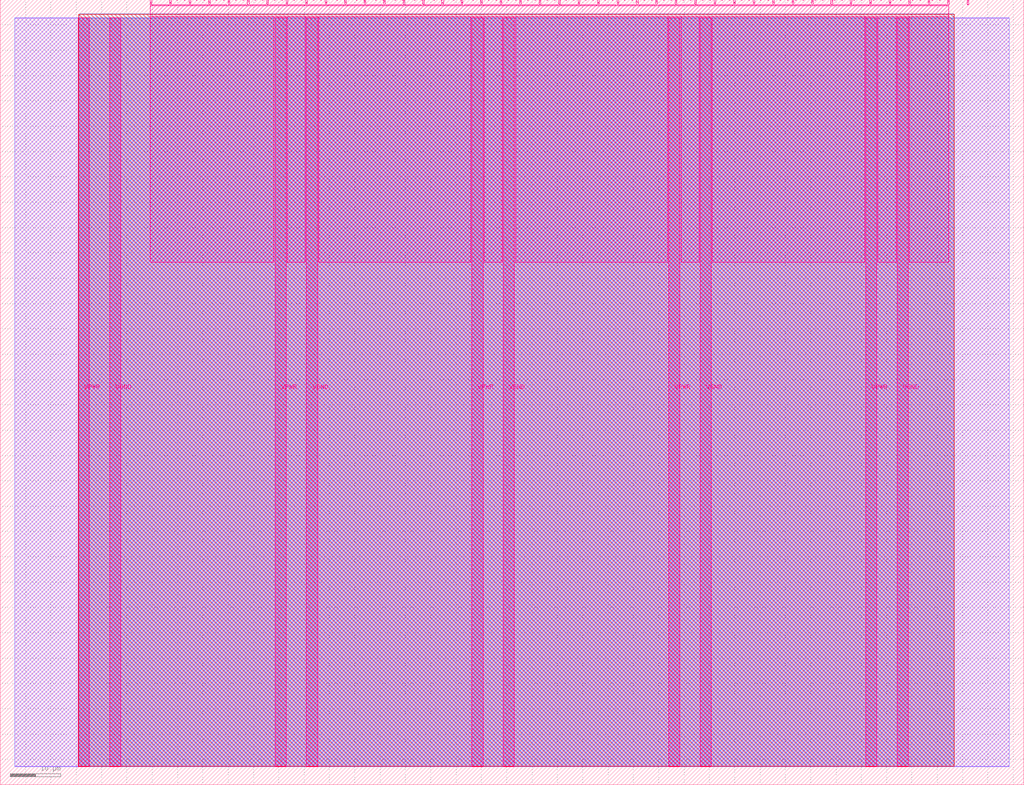
<source format=lef>
VERSION 5.7 ;
  NOWIREEXTENSIONATPIN ON ;
  DIVIDERCHAR "/" ;
  BUSBITCHARS "[]" ;
MACRO tt_um_program_counter_top_level
  CLASS BLOCK ;
  FOREIGN tt_um_program_counter_top_level ;
  ORIGIN 0.000 0.000 ;
  SIZE 202.080 BY 154.980 ;
  PIN VGND
    DIRECTION INOUT ;
    USE GROUND ;
    PORT
      LAYER Metal5 ;
        RECT 21.580 3.560 23.780 151.420 ;
    END
    PORT
      LAYER Metal5 ;
        RECT 60.450 3.560 62.650 151.420 ;
    END
    PORT
      LAYER Metal5 ;
        RECT 99.320 3.560 101.520 151.420 ;
    END
    PORT
      LAYER Metal5 ;
        RECT 138.190 3.560 140.390 151.420 ;
    END
    PORT
      LAYER Metal5 ;
        RECT 177.060 3.560 179.260 151.420 ;
    END
  END VGND
  PIN VPWR
    DIRECTION INOUT ;
    USE POWER ;
    PORT
      LAYER Metal5 ;
        RECT 15.380 3.560 17.580 151.420 ;
    END
    PORT
      LAYER Metal5 ;
        RECT 54.250 3.560 56.450 151.420 ;
    END
    PORT
      LAYER Metal5 ;
        RECT 93.120 3.560 95.320 151.420 ;
    END
    PORT
      LAYER Metal5 ;
        RECT 131.990 3.560 134.190 151.420 ;
    END
    PORT
      LAYER Metal5 ;
        RECT 170.860 3.560 173.060 151.420 ;
    END
  END VPWR
  PIN clk
    DIRECTION INPUT ;
    USE SIGNAL ;
    ANTENNAGATEAREA 0.213200 ;
    PORT
      LAYER Metal5 ;
        RECT 187.050 153.980 187.350 154.980 ;
    END
  END clk
  PIN ena
    DIRECTION INPUT ;
    USE SIGNAL ;
    PORT
      LAYER Metal5 ;
        RECT 190.890 153.980 191.190 154.980 ;
    END
  END ena
  PIN rst_n
    DIRECTION INPUT ;
    USE SIGNAL ;
    ANTENNAGATEAREA 0.213200 ;
    PORT
      LAYER Metal5 ;
        RECT 183.210 153.980 183.510 154.980 ;
    END
  END rst_n
  PIN ui_in[0]
    DIRECTION INPUT ;
    USE SIGNAL ;
    ANTENNAGATEAREA 0.213200 ;
    PORT
      LAYER Metal5 ;
        RECT 179.370 153.980 179.670 154.980 ;
    END
  END ui_in[0]
  PIN ui_in[1]
    DIRECTION INPUT ;
    USE SIGNAL ;
    ANTENNAGATEAREA 0.180700 ;
    PORT
      LAYER Metal5 ;
        RECT 175.530 153.980 175.830 154.980 ;
    END
  END ui_in[1]
  PIN ui_in[2]
    DIRECTION INPUT ;
    USE SIGNAL ;
    ANTENNAGATEAREA 0.180700 ;
    PORT
      LAYER Metal5 ;
        RECT 171.690 153.980 171.990 154.980 ;
    END
  END ui_in[2]
  PIN ui_in[3]
    DIRECTION INPUT ;
    USE SIGNAL ;
    PORT
      LAYER Metal5 ;
        RECT 167.850 153.980 168.150 154.980 ;
    END
  END ui_in[3]
  PIN ui_in[4]
    DIRECTION INPUT ;
    USE SIGNAL ;
    ANTENNAGATEAREA 0.180700 ;
    PORT
      LAYER Metal5 ;
        RECT 164.010 153.980 164.310 154.980 ;
    END
  END ui_in[4]
  PIN ui_in[5]
    DIRECTION INPUT ;
    USE SIGNAL ;
    ANTENNAGATEAREA 0.180700 ;
    PORT
      LAYER Metal5 ;
        RECT 160.170 153.980 160.470 154.980 ;
    END
  END ui_in[5]
  PIN ui_in[6]
    DIRECTION INPUT ;
    USE SIGNAL ;
    ANTENNAGATEAREA 0.180700 ;
    PORT
      LAYER Metal5 ;
        RECT 156.330 153.980 156.630 154.980 ;
    END
  END ui_in[6]
  PIN ui_in[7]
    DIRECTION INPUT ;
    USE SIGNAL ;
    ANTENNAGATEAREA 0.180700 ;
    PORT
      LAYER Metal5 ;
        RECT 152.490 153.980 152.790 154.980 ;
    END
  END ui_in[7]
  PIN uio_in[0]
    DIRECTION INPUT ;
    USE SIGNAL ;
    PORT
      LAYER Metal5 ;
        RECT 148.650 153.980 148.950 154.980 ;
    END
  END uio_in[0]
  PIN uio_in[1]
    DIRECTION INPUT ;
    USE SIGNAL ;
    PORT
      LAYER Metal5 ;
        RECT 144.810 153.980 145.110 154.980 ;
    END
  END uio_in[1]
  PIN uio_in[2]
    DIRECTION INPUT ;
    USE SIGNAL ;
    PORT
      LAYER Metal5 ;
        RECT 140.970 153.980 141.270 154.980 ;
    END
  END uio_in[2]
  PIN uio_in[3]
    DIRECTION INPUT ;
    USE SIGNAL ;
    PORT
      LAYER Metal5 ;
        RECT 137.130 153.980 137.430 154.980 ;
    END
  END uio_in[3]
  PIN uio_in[4]
    DIRECTION INPUT ;
    USE SIGNAL ;
    PORT
      LAYER Metal5 ;
        RECT 133.290 153.980 133.590 154.980 ;
    END
  END uio_in[4]
  PIN uio_in[5]
    DIRECTION INPUT ;
    USE SIGNAL ;
    PORT
      LAYER Metal5 ;
        RECT 129.450 153.980 129.750 154.980 ;
    END
  END uio_in[5]
  PIN uio_in[6]
    DIRECTION INPUT ;
    USE SIGNAL ;
    PORT
      LAYER Metal5 ;
        RECT 125.610 153.980 125.910 154.980 ;
    END
  END uio_in[6]
  PIN uio_in[7]
    DIRECTION INPUT ;
    USE SIGNAL ;
    PORT
      LAYER Metal5 ;
        RECT 121.770 153.980 122.070 154.980 ;
    END
  END uio_in[7]
  PIN uio_oe[0]
    DIRECTION OUTPUT ;
    USE SIGNAL ;
    ANTENNADIFFAREA 0.299200 ;
    PORT
      LAYER Metal5 ;
        RECT 56.490 153.980 56.790 154.980 ;
    END
  END uio_oe[0]
  PIN uio_oe[1]
    DIRECTION OUTPUT ;
    USE SIGNAL ;
    ANTENNADIFFAREA 0.299200 ;
    PORT
      LAYER Metal5 ;
        RECT 52.650 153.980 52.950 154.980 ;
    END
  END uio_oe[1]
  PIN uio_oe[2]
    DIRECTION OUTPUT ;
    USE SIGNAL ;
    ANTENNADIFFAREA 0.299200 ;
    PORT
      LAYER Metal5 ;
        RECT 48.810 153.980 49.110 154.980 ;
    END
  END uio_oe[2]
  PIN uio_oe[3]
    DIRECTION OUTPUT ;
    USE SIGNAL ;
    ANTENNADIFFAREA 0.299200 ;
    PORT
      LAYER Metal5 ;
        RECT 44.970 153.980 45.270 154.980 ;
    END
  END uio_oe[3]
  PIN uio_oe[4]
    DIRECTION OUTPUT ;
    USE SIGNAL ;
    ANTENNADIFFAREA 0.299200 ;
    PORT
      LAYER Metal5 ;
        RECT 41.130 153.980 41.430 154.980 ;
    END
  END uio_oe[4]
  PIN uio_oe[5]
    DIRECTION OUTPUT ;
    USE SIGNAL ;
    ANTENNADIFFAREA 0.299200 ;
    PORT
      LAYER Metal5 ;
        RECT 37.290 153.980 37.590 154.980 ;
    END
  END uio_oe[5]
  PIN uio_oe[6]
    DIRECTION OUTPUT ;
    USE SIGNAL ;
    ANTENNADIFFAREA 0.299200 ;
    PORT
      LAYER Metal5 ;
        RECT 33.450 153.980 33.750 154.980 ;
    END
  END uio_oe[6]
  PIN uio_oe[7]
    DIRECTION OUTPUT ;
    USE SIGNAL ;
    ANTENNADIFFAREA 0.299200 ;
    PORT
      LAYER Metal5 ;
        RECT 29.610 153.980 29.910 154.980 ;
    END
  END uio_oe[7]
  PIN uio_out[0]
    DIRECTION OUTPUT ;
    USE SIGNAL ;
    ANTENNADIFFAREA 0.299200 ;
    PORT
      LAYER Metal5 ;
        RECT 87.210 153.980 87.510 154.980 ;
    END
  END uio_out[0]
  PIN uio_out[1]
    DIRECTION OUTPUT ;
    USE SIGNAL ;
    ANTENNADIFFAREA 0.299200 ;
    PORT
      LAYER Metal5 ;
        RECT 83.370 153.980 83.670 154.980 ;
    END
  END uio_out[1]
  PIN uio_out[2]
    DIRECTION OUTPUT ;
    USE SIGNAL ;
    ANTENNADIFFAREA 0.299200 ;
    PORT
      LAYER Metal5 ;
        RECT 79.530 153.980 79.830 154.980 ;
    END
  END uio_out[2]
  PIN uio_out[3]
    DIRECTION OUTPUT ;
    USE SIGNAL ;
    ANTENNADIFFAREA 0.299200 ;
    PORT
      LAYER Metal5 ;
        RECT 75.690 153.980 75.990 154.980 ;
    END
  END uio_out[3]
  PIN uio_out[4]
    DIRECTION OUTPUT ;
    USE SIGNAL ;
    ANTENNADIFFAREA 0.299200 ;
    PORT
      LAYER Metal5 ;
        RECT 71.850 153.980 72.150 154.980 ;
    END
  END uio_out[4]
  PIN uio_out[5]
    DIRECTION OUTPUT ;
    USE SIGNAL ;
    ANTENNADIFFAREA 0.299200 ;
    PORT
      LAYER Metal5 ;
        RECT 68.010 153.980 68.310 154.980 ;
    END
  END uio_out[5]
  PIN uio_out[6]
    DIRECTION OUTPUT ;
    USE SIGNAL ;
    ANTENNADIFFAREA 0.299200 ;
    PORT
      LAYER Metal5 ;
        RECT 64.170 153.980 64.470 154.980 ;
    END
  END uio_out[6]
  PIN uio_out[7]
    DIRECTION OUTPUT ;
    USE SIGNAL ;
    ANTENNADIFFAREA 0.299200 ;
    PORT
      LAYER Metal5 ;
        RECT 60.330 153.980 60.630 154.980 ;
    END
  END uio_out[7]
  PIN uo_out[0]
    DIRECTION OUTPUT ;
    USE SIGNAL ;
    ANTENNADIFFAREA 0.706800 ;
    PORT
      LAYER Metal5 ;
        RECT 117.930 153.980 118.230 154.980 ;
    END
  END uo_out[0]
  PIN uo_out[1]
    DIRECTION OUTPUT ;
    USE SIGNAL ;
    ANTENNADIFFAREA 1.432200 ;
    PORT
      LAYER Metal5 ;
        RECT 114.090 153.980 114.390 154.980 ;
    END
  END uo_out[1]
  PIN uo_out[2]
    DIRECTION OUTPUT ;
    USE SIGNAL ;
    ANTENNADIFFAREA 1.432200 ;
    PORT
      LAYER Metal5 ;
        RECT 110.250 153.980 110.550 154.980 ;
    END
  END uo_out[2]
  PIN uo_out[3]
    DIRECTION OUTPUT ;
    USE SIGNAL ;
    ANTENNADIFFAREA 1.432200 ;
    PORT
      LAYER Metal5 ;
        RECT 106.410 153.980 106.710 154.980 ;
    END
  END uo_out[3]
  PIN uo_out[4]
    DIRECTION OUTPUT ;
    USE SIGNAL ;
    ANTENNADIFFAREA 0.299200 ;
    PORT
      LAYER Metal5 ;
        RECT 102.570 153.980 102.870 154.980 ;
    END
  END uo_out[4]
  PIN uo_out[5]
    DIRECTION OUTPUT ;
    USE SIGNAL ;
    ANTENNADIFFAREA 0.299200 ;
    PORT
      LAYER Metal5 ;
        RECT 98.730 153.980 99.030 154.980 ;
    END
  END uo_out[5]
  PIN uo_out[6]
    DIRECTION OUTPUT ;
    USE SIGNAL ;
    ANTENNADIFFAREA 0.299200 ;
    PORT
      LAYER Metal5 ;
        RECT 94.890 153.980 95.190 154.980 ;
    END
  END uo_out[6]
  PIN uo_out[7]
    DIRECTION OUTPUT ;
    USE SIGNAL ;
    ANTENNADIFFAREA 0.299200 ;
    PORT
      LAYER Metal5 ;
        RECT 91.050 153.980 91.350 154.980 ;
    END
  END uo_out[7]
  OBS
      LAYER GatPoly ;
        RECT 2.880 3.630 199.200 151.350 ;
      LAYER Metal1 ;
        RECT 2.880 3.560 199.200 151.420 ;
      LAYER Metal2 ;
        RECT 15.515 3.680 188.305 151.300 ;
      LAYER Metal3 ;
        RECT 15.560 3.635 188.260 152.185 ;
      LAYER Metal4 ;
        RECT 15.515 3.680 188.305 152.140 ;
      LAYER Metal5 ;
        RECT 30.120 153.770 33.240 153.980 ;
        RECT 33.960 153.770 37.080 153.980 ;
        RECT 37.800 153.770 40.920 153.980 ;
        RECT 41.640 153.770 44.760 153.980 ;
        RECT 45.480 153.770 48.600 153.980 ;
        RECT 49.320 153.770 52.440 153.980 ;
        RECT 53.160 153.770 56.280 153.980 ;
        RECT 57.000 153.770 60.120 153.980 ;
        RECT 60.840 153.770 63.960 153.980 ;
        RECT 64.680 153.770 67.800 153.980 ;
        RECT 68.520 153.770 71.640 153.980 ;
        RECT 72.360 153.770 75.480 153.980 ;
        RECT 76.200 153.770 79.320 153.980 ;
        RECT 80.040 153.770 83.160 153.980 ;
        RECT 83.880 153.770 87.000 153.980 ;
        RECT 87.720 153.770 90.840 153.980 ;
        RECT 91.560 153.770 94.680 153.980 ;
        RECT 95.400 153.770 98.520 153.980 ;
        RECT 99.240 153.770 102.360 153.980 ;
        RECT 103.080 153.770 106.200 153.980 ;
        RECT 106.920 153.770 110.040 153.980 ;
        RECT 110.760 153.770 113.880 153.980 ;
        RECT 114.600 153.770 117.720 153.980 ;
        RECT 118.440 153.770 121.560 153.980 ;
        RECT 122.280 153.770 125.400 153.980 ;
        RECT 126.120 153.770 129.240 153.980 ;
        RECT 129.960 153.770 133.080 153.980 ;
        RECT 133.800 153.770 136.920 153.980 ;
        RECT 137.640 153.770 140.760 153.980 ;
        RECT 141.480 153.770 144.600 153.980 ;
        RECT 145.320 153.770 148.440 153.980 ;
        RECT 149.160 153.770 152.280 153.980 ;
        RECT 153.000 153.770 156.120 153.980 ;
        RECT 156.840 153.770 159.960 153.980 ;
        RECT 160.680 153.770 163.800 153.980 ;
        RECT 164.520 153.770 167.640 153.980 ;
        RECT 168.360 153.770 171.480 153.980 ;
        RECT 172.200 153.770 175.320 153.980 ;
        RECT 176.040 153.770 179.160 153.980 ;
        RECT 179.880 153.770 183.000 153.980 ;
        RECT 183.720 153.770 186.840 153.980 ;
        RECT 29.660 151.630 187.300 153.770 ;
        RECT 29.660 103.175 54.040 151.630 ;
        RECT 56.660 103.175 60.240 151.630 ;
        RECT 62.860 103.175 92.910 151.630 ;
        RECT 95.530 103.175 99.110 151.630 ;
        RECT 101.730 103.175 131.780 151.630 ;
        RECT 134.400 103.175 137.980 151.630 ;
        RECT 140.600 103.175 170.650 151.630 ;
        RECT 173.270 103.175 176.850 151.630 ;
        RECT 179.470 103.175 187.300 151.630 ;
  END
END tt_um_program_counter_top_level
END LIBRARY


</source>
